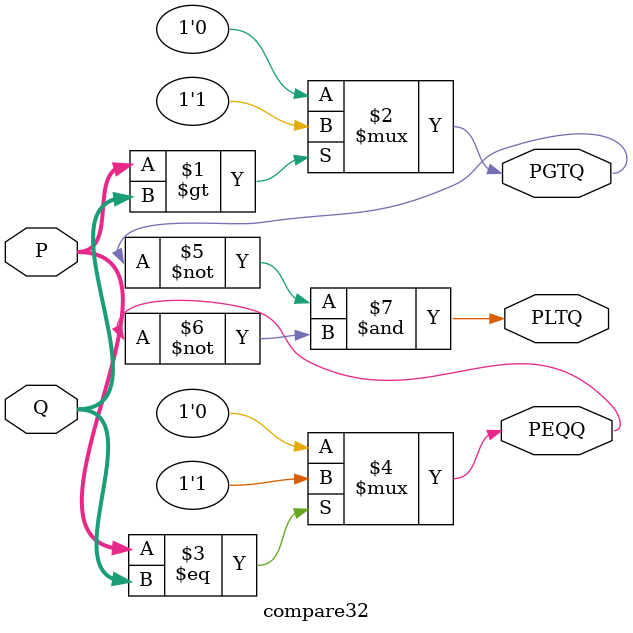
<source format=v>
`timescale 1ns / 1ps


module compare32(
    output PGTQ, PEQQ, PLTQ,
    input [31:0] P, Q
    );
    assign PGTQ = ( (P > Q) ? 1'b1 : 1'b0 ) ;
    assign PEQQ = ( (P == Q) ? 1'b1 : 1'b0 ) ;
    assign PLTQ = ~PGTQ & ~PEQQ; 
endmodule

</source>
